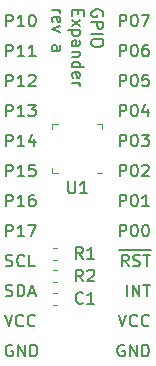
<source format=gbr>
%TF.GenerationSoftware,KiCad,Pcbnew,5.1.6+dfsg1-1*%
%TF.CreationDate,2020-07-12T14:16:47+08:00*%
%TF.ProjectId,gpioexp,6770696f-6578-4702-9e6b-696361645f70,a*%
%TF.SameCoordinates,Original*%
%TF.FileFunction,Legend,Top*%
%TF.FilePolarity,Positive*%
%FSLAX46Y46*%
G04 Gerber Fmt 4.6, Leading zero omitted, Abs format (unit mm)*
G04 Created by KiCad (PCBNEW 5.1.6+dfsg1-1) date 2020-07-12 14:16:47*
%MOMM*%
%LPD*%
G01*
G04 APERTURE LIST*
%ADD10C,0.150000*%
%ADD11C,0.120000*%
G04 APERTURE END LIST*
D10*
X144390000Y-80869404D02*
X144437619Y-80774166D01*
X144437619Y-80631309D01*
X144390000Y-80488452D01*
X144294761Y-80393214D01*
X144199523Y-80345595D01*
X144009047Y-80297976D01*
X143866190Y-80297976D01*
X143675714Y-80345595D01*
X143580476Y-80393214D01*
X143485238Y-80488452D01*
X143437619Y-80631309D01*
X143437619Y-80726547D01*
X143485238Y-80869404D01*
X143532857Y-80917023D01*
X143866190Y-80917023D01*
X143866190Y-80726547D01*
X143437619Y-81345595D02*
X144437619Y-81345595D01*
X144437619Y-81726547D01*
X144390000Y-81821785D01*
X144342380Y-81869404D01*
X144247142Y-81917023D01*
X144104285Y-81917023D01*
X144009047Y-81869404D01*
X143961428Y-81821785D01*
X143913809Y-81726547D01*
X143913809Y-81345595D01*
X143437619Y-82345595D02*
X144437619Y-82345595D01*
X144437619Y-83012261D02*
X144437619Y-83202738D01*
X144390000Y-83297976D01*
X144294761Y-83393214D01*
X144104285Y-83440833D01*
X143770952Y-83440833D01*
X143580476Y-83393214D01*
X143485238Y-83297976D01*
X143437619Y-83202738D01*
X143437619Y-83012261D01*
X143485238Y-82917023D01*
X143580476Y-82821785D01*
X143770952Y-82774166D01*
X144104285Y-82774166D01*
X144294761Y-82821785D01*
X144390000Y-82917023D01*
X144437619Y-83012261D01*
X142311428Y-80345595D02*
X142311428Y-80678928D01*
X141787619Y-80821785D02*
X141787619Y-80345595D01*
X142787619Y-80345595D01*
X142787619Y-80821785D01*
X141787619Y-81155119D02*
X142454285Y-81678928D01*
X142454285Y-81155119D02*
X141787619Y-81678928D01*
X142454285Y-82059880D02*
X141454285Y-82059880D01*
X142406666Y-82059880D02*
X142454285Y-82155119D01*
X142454285Y-82345595D01*
X142406666Y-82440833D01*
X142359047Y-82488452D01*
X142263809Y-82536071D01*
X141978095Y-82536071D01*
X141882857Y-82488452D01*
X141835238Y-82440833D01*
X141787619Y-82345595D01*
X141787619Y-82155119D01*
X141835238Y-82059880D01*
X141787619Y-83393214D02*
X142311428Y-83393214D01*
X142406666Y-83345595D01*
X142454285Y-83250357D01*
X142454285Y-83059880D01*
X142406666Y-82964642D01*
X141835238Y-83393214D02*
X141787619Y-83297976D01*
X141787619Y-83059880D01*
X141835238Y-82964642D01*
X141930476Y-82917023D01*
X142025714Y-82917023D01*
X142120952Y-82964642D01*
X142168571Y-83059880D01*
X142168571Y-83297976D01*
X142216190Y-83393214D01*
X142454285Y-83869404D02*
X141787619Y-83869404D01*
X142359047Y-83869404D02*
X142406666Y-83917023D01*
X142454285Y-84012261D01*
X142454285Y-84155119D01*
X142406666Y-84250357D01*
X142311428Y-84297976D01*
X141787619Y-84297976D01*
X141787619Y-85202738D02*
X142787619Y-85202738D01*
X141835238Y-85202738D02*
X141787619Y-85107500D01*
X141787619Y-84917023D01*
X141835238Y-84821785D01*
X141882857Y-84774166D01*
X141978095Y-84726547D01*
X142263809Y-84726547D01*
X142359047Y-84774166D01*
X142406666Y-84821785D01*
X142454285Y-84917023D01*
X142454285Y-85107500D01*
X142406666Y-85202738D01*
X141835238Y-86059880D02*
X141787619Y-85964642D01*
X141787619Y-85774166D01*
X141835238Y-85678928D01*
X141930476Y-85631309D01*
X142311428Y-85631309D01*
X142406666Y-85678928D01*
X142454285Y-85774166D01*
X142454285Y-85964642D01*
X142406666Y-86059880D01*
X142311428Y-86107500D01*
X142216190Y-86107500D01*
X142120952Y-85631309D01*
X141787619Y-86536071D02*
X142454285Y-86536071D01*
X142263809Y-86536071D02*
X142359047Y-86583690D01*
X142406666Y-86631309D01*
X142454285Y-86726547D01*
X142454285Y-86821785D01*
X140137619Y-80345595D02*
X140804285Y-80345595D01*
X140613809Y-80345595D02*
X140709047Y-80393214D01*
X140756666Y-80440833D01*
X140804285Y-80536071D01*
X140804285Y-80631309D01*
X140185238Y-81345595D02*
X140137619Y-81250357D01*
X140137619Y-81059880D01*
X140185238Y-80964642D01*
X140280476Y-80917023D01*
X140661428Y-80917023D01*
X140756666Y-80964642D01*
X140804285Y-81059880D01*
X140804285Y-81250357D01*
X140756666Y-81345595D01*
X140661428Y-81393214D01*
X140566190Y-81393214D01*
X140470952Y-80917023D01*
X140804285Y-81726547D02*
X140137619Y-81964642D01*
X140804285Y-82202738D01*
X140137619Y-83774166D02*
X140661428Y-83774166D01*
X140756666Y-83726547D01*
X140804285Y-83631309D01*
X140804285Y-83440833D01*
X140756666Y-83345595D01*
X140185238Y-83774166D02*
X140137619Y-83678928D01*
X140137619Y-83440833D01*
X140185238Y-83345595D01*
X140280476Y-83297976D01*
X140375714Y-83297976D01*
X140470952Y-83345595D01*
X140518571Y-83440833D01*
X140518571Y-83678928D01*
X140566190Y-83774166D01*
X145825833Y-81732380D02*
X145825833Y-80732380D01*
X146206785Y-80732380D01*
X146302023Y-80780000D01*
X146349642Y-80827619D01*
X146397261Y-80922857D01*
X146397261Y-81065714D01*
X146349642Y-81160952D01*
X146302023Y-81208571D01*
X146206785Y-81256190D01*
X145825833Y-81256190D01*
X147016309Y-80732380D02*
X147111547Y-80732380D01*
X147206785Y-80780000D01*
X147254404Y-80827619D01*
X147302023Y-80922857D01*
X147349642Y-81113333D01*
X147349642Y-81351428D01*
X147302023Y-81541904D01*
X147254404Y-81637142D01*
X147206785Y-81684761D01*
X147111547Y-81732380D01*
X147016309Y-81732380D01*
X146921071Y-81684761D01*
X146873452Y-81637142D01*
X146825833Y-81541904D01*
X146778214Y-81351428D01*
X146778214Y-81113333D01*
X146825833Y-80922857D01*
X146873452Y-80827619D01*
X146921071Y-80780000D01*
X147016309Y-80732380D01*
X147682976Y-80732380D02*
X148349642Y-80732380D01*
X147921071Y-81732380D01*
X145825833Y-84272380D02*
X145825833Y-83272380D01*
X146206785Y-83272380D01*
X146302023Y-83320000D01*
X146349642Y-83367619D01*
X146397261Y-83462857D01*
X146397261Y-83605714D01*
X146349642Y-83700952D01*
X146302023Y-83748571D01*
X146206785Y-83796190D01*
X145825833Y-83796190D01*
X147016309Y-83272380D02*
X147111547Y-83272380D01*
X147206785Y-83320000D01*
X147254404Y-83367619D01*
X147302023Y-83462857D01*
X147349642Y-83653333D01*
X147349642Y-83891428D01*
X147302023Y-84081904D01*
X147254404Y-84177142D01*
X147206785Y-84224761D01*
X147111547Y-84272380D01*
X147016309Y-84272380D01*
X146921071Y-84224761D01*
X146873452Y-84177142D01*
X146825833Y-84081904D01*
X146778214Y-83891428D01*
X146778214Y-83653333D01*
X146825833Y-83462857D01*
X146873452Y-83367619D01*
X146921071Y-83320000D01*
X147016309Y-83272380D01*
X148206785Y-83272380D02*
X148016309Y-83272380D01*
X147921071Y-83320000D01*
X147873452Y-83367619D01*
X147778214Y-83510476D01*
X147730595Y-83700952D01*
X147730595Y-84081904D01*
X147778214Y-84177142D01*
X147825833Y-84224761D01*
X147921071Y-84272380D01*
X148111547Y-84272380D01*
X148206785Y-84224761D01*
X148254404Y-84177142D01*
X148302023Y-84081904D01*
X148302023Y-83843809D01*
X148254404Y-83748571D01*
X148206785Y-83700952D01*
X148111547Y-83653333D01*
X147921071Y-83653333D01*
X147825833Y-83700952D01*
X147778214Y-83748571D01*
X147730595Y-83843809D01*
X145825833Y-86812380D02*
X145825833Y-85812380D01*
X146206785Y-85812380D01*
X146302023Y-85860000D01*
X146349642Y-85907619D01*
X146397261Y-86002857D01*
X146397261Y-86145714D01*
X146349642Y-86240952D01*
X146302023Y-86288571D01*
X146206785Y-86336190D01*
X145825833Y-86336190D01*
X147016309Y-85812380D02*
X147111547Y-85812380D01*
X147206785Y-85860000D01*
X147254404Y-85907619D01*
X147302023Y-86002857D01*
X147349642Y-86193333D01*
X147349642Y-86431428D01*
X147302023Y-86621904D01*
X147254404Y-86717142D01*
X147206785Y-86764761D01*
X147111547Y-86812380D01*
X147016309Y-86812380D01*
X146921071Y-86764761D01*
X146873452Y-86717142D01*
X146825833Y-86621904D01*
X146778214Y-86431428D01*
X146778214Y-86193333D01*
X146825833Y-86002857D01*
X146873452Y-85907619D01*
X146921071Y-85860000D01*
X147016309Y-85812380D01*
X148254404Y-85812380D02*
X147778214Y-85812380D01*
X147730595Y-86288571D01*
X147778214Y-86240952D01*
X147873452Y-86193333D01*
X148111547Y-86193333D01*
X148206785Y-86240952D01*
X148254404Y-86288571D01*
X148302023Y-86383809D01*
X148302023Y-86621904D01*
X148254404Y-86717142D01*
X148206785Y-86764761D01*
X148111547Y-86812380D01*
X147873452Y-86812380D01*
X147778214Y-86764761D01*
X147730595Y-86717142D01*
X145825833Y-89352380D02*
X145825833Y-88352380D01*
X146206785Y-88352380D01*
X146302023Y-88400000D01*
X146349642Y-88447619D01*
X146397261Y-88542857D01*
X146397261Y-88685714D01*
X146349642Y-88780952D01*
X146302023Y-88828571D01*
X146206785Y-88876190D01*
X145825833Y-88876190D01*
X147016309Y-88352380D02*
X147111547Y-88352380D01*
X147206785Y-88400000D01*
X147254404Y-88447619D01*
X147302023Y-88542857D01*
X147349642Y-88733333D01*
X147349642Y-88971428D01*
X147302023Y-89161904D01*
X147254404Y-89257142D01*
X147206785Y-89304761D01*
X147111547Y-89352380D01*
X147016309Y-89352380D01*
X146921071Y-89304761D01*
X146873452Y-89257142D01*
X146825833Y-89161904D01*
X146778214Y-88971428D01*
X146778214Y-88733333D01*
X146825833Y-88542857D01*
X146873452Y-88447619D01*
X146921071Y-88400000D01*
X147016309Y-88352380D01*
X148206785Y-88685714D02*
X148206785Y-89352380D01*
X147968690Y-88304761D02*
X147730595Y-89019047D01*
X148349642Y-89019047D01*
X145825833Y-91892380D02*
X145825833Y-90892380D01*
X146206785Y-90892380D01*
X146302023Y-90940000D01*
X146349642Y-90987619D01*
X146397261Y-91082857D01*
X146397261Y-91225714D01*
X146349642Y-91320952D01*
X146302023Y-91368571D01*
X146206785Y-91416190D01*
X145825833Y-91416190D01*
X147016309Y-90892380D02*
X147111547Y-90892380D01*
X147206785Y-90940000D01*
X147254404Y-90987619D01*
X147302023Y-91082857D01*
X147349642Y-91273333D01*
X147349642Y-91511428D01*
X147302023Y-91701904D01*
X147254404Y-91797142D01*
X147206785Y-91844761D01*
X147111547Y-91892380D01*
X147016309Y-91892380D01*
X146921071Y-91844761D01*
X146873452Y-91797142D01*
X146825833Y-91701904D01*
X146778214Y-91511428D01*
X146778214Y-91273333D01*
X146825833Y-91082857D01*
X146873452Y-90987619D01*
X146921071Y-90940000D01*
X147016309Y-90892380D01*
X147682976Y-90892380D02*
X148302023Y-90892380D01*
X147968690Y-91273333D01*
X148111547Y-91273333D01*
X148206785Y-91320952D01*
X148254404Y-91368571D01*
X148302023Y-91463809D01*
X148302023Y-91701904D01*
X148254404Y-91797142D01*
X148206785Y-91844761D01*
X148111547Y-91892380D01*
X147825833Y-91892380D01*
X147730595Y-91844761D01*
X147682976Y-91797142D01*
X145825833Y-94432380D02*
X145825833Y-93432380D01*
X146206785Y-93432380D01*
X146302023Y-93480000D01*
X146349642Y-93527619D01*
X146397261Y-93622857D01*
X146397261Y-93765714D01*
X146349642Y-93860952D01*
X146302023Y-93908571D01*
X146206785Y-93956190D01*
X145825833Y-93956190D01*
X147016309Y-93432380D02*
X147111547Y-93432380D01*
X147206785Y-93480000D01*
X147254404Y-93527619D01*
X147302023Y-93622857D01*
X147349642Y-93813333D01*
X147349642Y-94051428D01*
X147302023Y-94241904D01*
X147254404Y-94337142D01*
X147206785Y-94384761D01*
X147111547Y-94432380D01*
X147016309Y-94432380D01*
X146921071Y-94384761D01*
X146873452Y-94337142D01*
X146825833Y-94241904D01*
X146778214Y-94051428D01*
X146778214Y-93813333D01*
X146825833Y-93622857D01*
X146873452Y-93527619D01*
X146921071Y-93480000D01*
X147016309Y-93432380D01*
X147730595Y-93527619D02*
X147778214Y-93480000D01*
X147873452Y-93432380D01*
X148111547Y-93432380D01*
X148206785Y-93480000D01*
X148254404Y-93527619D01*
X148302023Y-93622857D01*
X148302023Y-93718095D01*
X148254404Y-93860952D01*
X147682976Y-94432380D01*
X148302023Y-94432380D01*
X145825833Y-96972380D02*
X145825833Y-95972380D01*
X146206785Y-95972380D01*
X146302023Y-96020000D01*
X146349642Y-96067619D01*
X146397261Y-96162857D01*
X146397261Y-96305714D01*
X146349642Y-96400952D01*
X146302023Y-96448571D01*
X146206785Y-96496190D01*
X145825833Y-96496190D01*
X147016309Y-95972380D02*
X147111547Y-95972380D01*
X147206785Y-96020000D01*
X147254404Y-96067619D01*
X147302023Y-96162857D01*
X147349642Y-96353333D01*
X147349642Y-96591428D01*
X147302023Y-96781904D01*
X147254404Y-96877142D01*
X147206785Y-96924761D01*
X147111547Y-96972380D01*
X147016309Y-96972380D01*
X146921071Y-96924761D01*
X146873452Y-96877142D01*
X146825833Y-96781904D01*
X146778214Y-96591428D01*
X146778214Y-96353333D01*
X146825833Y-96162857D01*
X146873452Y-96067619D01*
X146921071Y-96020000D01*
X147016309Y-95972380D01*
X148302023Y-96972380D02*
X147730595Y-96972380D01*
X148016309Y-96972380D02*
X148016309Y-95972380D01*
X147921071Y-96115238D01*
X147825833Y-96210476D01*
X147730595Y-96258095D01*
X145825833Y-99512380D02*
X145825833Y-98512380D01*
X146206785Y-98512380D01*
X146302023Y-98560000D01*
X146349642Y-98607619D01*
X146397261Y-98702857D01*
X146397261Y-98845714D01*
X146349642Y-98940952D01*
X146302023Y-98988571D01*
X146206785Y-99036190D01*
X145825833Y-99036190D01*
X147016309Y-98512380D02*
X147111547Y-98512380D01*
X147206785Y-98560000D01*
X147254404Y-98607619D01*
X147302023Y-98702857D01*
X147349642Y-98893333D01*
X147349642Y-99131428D01*
X147302023Y-99321904D01*
X147254404Y-99417142D01*
X147206785Y-99464761D01*
X147111547Y-99512380D01*
X147016309Y-99512380D01*
X146921071Y-99464761D01*
X146873452Y-99417142D01*
X146825833Y-99321904D01*
X146778214Y-99131428D01*
X146778214Y-98893333D01*
X146825833Y-98702857D01*
X146873452Y-98607619D01*
X146921071Y-98560000D01*
X147016309Y-98512380D01*
X147968690Y-98512380D02*
X148063928Y-98512380D01*
X148159166Y-98560000D01*
X148206785Y-98607619D01*
X148254404Y-98702857D01*
X148302023Y-98893333D01*
X148302023Y-99131428D01*
X148254404Y-99321904D01*
X148206785Y-99417142D01*
X148159166Y-99464761D01*
X148063928Y-99512380D01*
X147968690Y-99512380D01*
X147873452Y-99464761D01*
X147825833Y-99417142D01*
X147778214Y-99321904D01*
X147730595Y-99131428D01*
X147730595Y-98893333D01*
X147778214Y-98702857D01*
X147825833Y-98607619D01*
X147873452Y-98560000D01*
X147968690Y-98512380D01*
X145778214Y-100685000D02*
X146778214Y-100685000D01*
X146587738Y-102052380D02*
X146254404Y-101576190D01*
X146016309Y-102052380D02*
X146016309Y-101052380D01*
X146397261Y-101052380D01*
X146492500Y-101100000D01*
X146540119Y-101147619D01*
X146587738Y-101242857D01*
X146587738Y-101385714D01*
X146540119Y-101480952D01*
X146492500Y-101528571D01*
X146397261Y-101576190D01*
X146016309Y-101576190D01*
X146778214Y-100685000D02*
X147730595Y-100685000D01*
X146968690Y-102004761D02*
X147111547Y-102052380D01*
X147349642Y-102052380D01*
X147444880Y-102004761D01*
X147492500Y-101957142D01*
X147540119Y-101861904D01*
X147540119Y-101766666D01*
X147492500Y-101671428D01*
X147444880Y-101623809D01*
X147349642Y-101576190D01*
X147159166Y-101528571D01*
X147063928Y-101480952D01*
X147016309Y-101433333D01*
X146968690Y-101338095D01*
X146968690Y-101242857D01*
X147016309Y-101147619D01*
X147063928Y-101100000D01*
X147159166Y-101052380D01*
X147397261Y-101052380D01*
X147540119Y-101100000D01*
X147730595Y-100685000D02*
X148492500Y-100685000D01*
X147825833Y-101052380D02*
X148397261Y-101052380D01*
X148111547Y-102052380D02*
X148111547Y-101052380D01*
X146444880Y-104592380D02*
X146444880Y-103592380D01*
X146921071Y-104592380D02*
X146921071Y-103592380D01*
X147492500Y-104592380D01*
X147492500Y-103592380D01*
X147825833Y-103592380D02*
X148397261Y-103592380D01*
X148111547Y-104592380D02*
X148111547Y-103592380D01*
X145730595Y-106132380D02*
X146063928Y-107132380D01*
X146397261Y-106132380D01*
X147302023Y-107037142D02*
X147254404Y-107084761D01*
X147111547Y-107132380D01*
X147016309Y-107132380D01*
X146873452Y-107084761D01*
X146778214Y-106989523D01*
X146730595Y-106894285D01*
X146682976Y-106703809D01*
X146682976Y-106560952D01*
X146730595Y-106370476D01*
X146778214Y-106275238D01*
X146873452Y-106180000D01*
X147016309Y-106132380D01*
X147111547Y-106132380D01*
X147254404Y-106180000D01*
X147302023Y-106227619D01*
X148302023Y-107037142D02*
X148254404Y-107084761D01*
X148111547Y-107132380D01*
X148016309Y-107132380D01*
X147873452Y-107084761D01*
X147778214Y-106989523D01*
X147730595Y-106894285D01*
X147682976Y-106703809D01*
X147682976Y-106560952D01*
X147730595Y-106370476D01*
X147778214Y-106275238D01*
X147873452Y-106180000D01*
X148016309Y-106132380D01*
X148111547Y-106132380D01*
X148254404Y-106180000D01*
X148302023Y-106227619D01*
X146206785Y-108720000D02*
X146111547Y-108672380D01*
X145968690Y-108672380D01*
X145825833Y-108720000D01*
X145730595Y-108815238D01*
X145682976Y-108910476D01*
X145635357Y-109100952D01*
X145635357Y-109243809D01*
X145682976Y-109434285D01*
X145730595Y-109529523D01*
X145825833Y-109624761D01*
X145968690Y-109672380D01*
X146063928Y-109672380D01*
X146206785Y-109624761D01*
X146254404Y-109577142D01*
X146254404Y-109243809D01*
X146063928Y-109243809D01*
X146682976Y-109672380D02*
X146682976Y-108672380D01*
X147254404Y-109672380D01*
X147254404Y-108672380D01*
X147730595Y-109672380D02*
X147730595Y-108672380D01*
X147968690Y-108672380D01*
X148111547Y-108720000D01*
X148206785Y-108815238D01*
X148254404Y-108910476D01*
X148302023Y-109100952D01*
X148302023Y-109243809D01*
X148254404Y-109434285D01*
X148206785Y-109529523D01*
X148111547Y-109624761D01*
X147968690Y-109672380D01*
X147730595Y-109672380D01*
X136749404Y-108720000D02*
X136654166Y-108672380D01*
X136511309Y-108672380D01*
X136368452Y-108720000D01*
X136273214Y-108815238D01*
X136225595Y-108910476D01*
X136177976Y-109100952D01*
X136177976Y-109243809D01*
X136225595Y-109434285D01*
X136273214Y-109529523D01*
X136368452Y-109624761D01*
X136511309Y-109672380D01*
X136606547Y-109672380D01*
X136749404Y-109624761D01*
X136797023Y-109577142D01*
X136797023Y-109243809D01*
X136606547Y-109243809D01*
X137225595Y-109672380D02*
X137225595Y-108672380D01*
X137797023Y-109672380D01*
X137797023Y-108672380D01*
X138273214Y-109672380D02*
X138273214Y-108672380D01*
X138511309Y-108672380D01*
X138654166Y-108720000D01*
X138749404Y-108815238D01*
X138797023Y-108910476D01*
X138844642Y-109100952D01*
X138844642Y-109243809D01*
X138797023Y-109434285D01*
X138749404Y-109529523D01*
X138654166Y-109624761D01*
X138511309Y-109672380D01*
X138273214Y-109672380D01*
X136082738Y-106132380D02*
X136416071Y-107132380D01*
X136749404Y-106132380D01*
X137654166Y-107037142D02*
X137606547Y-107084761D01*
X137463690Y-107132380D01*
X137368452Y-107132380D01*
X137225595Y-107084761D01*
X137130357Y-106989523D01*
X137082738Y-106894285D01*
X137035119Y-106703809D01*
X137035119Y-106560952D01*
X137082738Y-106370476D01*
X137130357Y-106275238D01*
X137225595Y-106180000D01*
X137368452Y-106132380D01*
X137463690Y-106132380D01*
X137606547Y-106180000D01*
X137654166Y-106227619D01*
X138654166Y-107037142D02*
X138606547Y-107084761D01*
X138463690Y-107132380D01*
X138368452Y-107132380D01*
X138225595Y-107084761D01*
X138130357Y-106989523D01*
X138082738Y-106894285D01*
X138035119Y-106703809D01*
X138035119Y-106560952D01*
X138082738Y-106370476D01*
X138130357Y-106275238D01*
X138225595Y-106180000D01*
X138368452Y-106132380D01*
X138463690Y-106132380D01*
X138606547Y-106180000D01*
X138654166Y-106227619D01*
X136177976Y-104544761D02*
X136320833Y-104592380D01*
X136558928Y-104592380D01*
X136654166Y-104544761D01*
X136701785Y-104497142D01*
X136749404Y-104401904D01*
X136749404Y-104306666D01*
X136701785Y-104211428D01*
X136654166Y-104163809D01*
X136558928Y-104116190D01*
X136368452Y-104068571D01*
X136273214Y-104020952D01*
X136225595Y-103973333D01*
X136177976Y-103878095D01*
X136177976Y-103782857D01*
X136225595Y-103687619D01*
X136273214Y-103640000D01*
X136368452Y-103592380D01*
X136606547Y-103592380D01*
X136749404Y-103640000D01*
X137177976Y-104592380D02*
X137177976Y-103592380D01*
X137416071Y-103592380D01*
X137558928Y-103640000D01*
X137654166Y-103735238D01*
X137701785Y-103830476D01*
X137749404Y-104020952D01*
X137749404Y-104163809D01*
X137701785Y-104354285D01*
X137654166Y-104449523D01*
X137558928Y-104544761D01*
X137416071Y-104592380D01*
X137177976Y-104592380D01*
X138130357Y-104306666D02*
X138606547Y-104306666D01*
X138035119Y-104592380D02*
X138368452Y-103592380D01*
X138701785Y-104592380D01*
X136177976Y-102004761D02*
X136320833Y-102052380D01*
X136558928Y-102052380D01*
X136654166Y-102004761D01*
X136701785Y-101957142D01*
X136749404Y-101861904D01*
X136749404Y-101766666D01*
X136701785Y-101671428D01*
X136654166Y-101623809D01*
X136558928Y-101576190D01*
X136368452Y-101528571D01*
X136273214Y-101480952D01*
X136225595Y-101433333D01*
X136177976Y-101338095D01*
X136177976Y-101242857D01*
X136225595Y-101147619D01*
X136273214Y-101100000D01*
X136368452Y-101052380D01*
X136606547Y-101052380D01*
X136749404Y-101100000D01*
X137749404Y-101957142D02*
X137701785Y-102004761D01*
X137558928Y-102052380D01*
X137463690Y-102052380D01*
X137320833Y-102004761D01*
X137225595Y-101909523D01*
X137177976Y-101814285D01*
X137130357Y-101623809D01*
X137130357Y-101480952D01*
X137177976Y-101290476D01*
X137225595Y-101195238D01*
X137320833Y-101100000D01*
X137463690Y-101052380D01*
X137558928Y-101052380D01*
X137701785Y-101100000D01*
X137749404Y-101147619D01*
X138654166Y-102052380D02*
X138177976Y-102052380D01*
X138177976Y-101052380D01*
X136225595Y-99512380D02*
X136225595Y-98512380D01*
X136606547Y-98512380D01*
X136701785Y-98560000D01*
X136749404Y-98607619D01*
X136797023Y-98702857D01*
X136797023Y-98845714D01*
X136749404Y-98940952D01*
X136701785Y-98988571D01*
X136606547Y-99036190D01*
X136225595Y-99036190D01*
X137749404Y-99512380D02*
X137177976Y-99512380D01*
X137463690Y-99512380D02*
X137463690Y-98512380D01*
X137368452Y-98655238D01*
X137273214Y-98750476D01*
X137177976Y-98798095D01*
X138082738Y-98512380D02*
X138749404Y-98512380D01*
X138320833Y-99512380D01*
X136225595Y-96972380D02*
X136225595Y-95972380D01*
X136606547Y-95972380D01*
X136701785Y-96020000D01*
X136749404Y-96067619D01*
X136797023Y-96162857D01*
X136797023Y-96305714D01*
X136749404Y-96400952D01*
X136701785Y-96448571D01*
X136606547Y-96496190D01*
X136225595Y-96496190D01*
X137749404Y-96972380D02*
X137177976Y-96972380D01*
X137463690Y-96972380D02*
X137463690Y-95972380D01*
X137368452Y-96115238D01*
X137273214Y-96210476D01*
X137177976Y-96258095D01*
X138606547Y-95972380D02*
X138416071Y-95972380D01*
X138320833Y-96020000D01*
X138273214Y-96067619D01*
X138177976Y-96210476D01*
X138130357Y-96400952D01*
X138130357Y-96781904D01*
X138177976Y-96877142D01*
X138225595Y-96924761D01*
X138320833Y-96972380D01*
X138511309Y-96972380D01*
X138606547Y-96924761D01*
X138654166Y-96877142D01*
X138701785Y-96781904D01*
X138701785Y-96543809D01*
X138654166Y-96448571D01*
X138606547Y-96400952D01*
X138511309Y-96353333D01*
X138320833Y-96353333D01*
X138225595Y-96400952D01*
X138177976Y-96448571D01*
X138130357Y-96543809D01*
X136225595Y-94432380D02*
X136225595Y-93432380D01*
X136606547Y-93432380D01*
X136701785Y-93480000D01*
X136749404Y-93527619D01*
X136797023Y-93622857D01*
X136797023Y-93765714D01*
X136749404Y-93860952D01*
X136701785Y-93908571D01*
X136606547Y-93956190D01*
X136225595Y-93956190D01*
X137749404Y-94432380D02*
X137177976Y-94432380D01*
X137463690Y-94432380D02*
X137463690Y-93432380D01*
X137368452Y-93575238D01*
X137273214Y-93670476D01*
X137177976Y-93718095D01*
X138654166Y-93432380D02*
X138177976Y-93432380D01*
X138130357Y-93908571D01*
X138177976Y-93860952D01*
X138273214Y-93813333D01*
X138511309Y-93813333D01*
X138606547Y-93860952D01*
X138654166Y-93908571D01*
X138701785Y-94003809D01*
X138701785Y-94241904D01*
X138654166Y-94337142D01*
X138606547Y-94384761D01*
X138511309Y-94432380D01*
X138273214Y-94432380D01*
X138177976Y-94384761D01*
X138130357Y-94337142D01*
X136225595Y-91892380D02*
X136225595Y-90892380D01*
X136606547Y-90892380D01*
X136701785Y-90940000D01*
X136749404Y-90987619D01*
X136797023Y-91082857D01*
X136797023Y-91225714D01*
X136749404Y-91320952D01*
X136701785Y-91368571D01*
X136606547Y-91416190D01*
X136225595Y-91416190D01*
X137749404Y-91892380D02*
X137177976Y-91892380D01*
X137463690Y-91892380D02*
X137463690Y-90892380D01*
X137368452Y-91035238D01*
X137273214Y-91130476D01*
X137177976Y-91178095D01*
X138606547Y-91225714D02*
X138606547Y-91892380D01*
X138368452Y-90844761D02*
X138130357Y-91559047D01*
X138749404Y-91559047D01*
X136225595Y-89352380D02*
X136225595Y-88352380D01*
X136606547Y-88352380D01*
X136701785Y-88400000D01*
X136749404Y-88447619D01*
X136797023Y-88542857D01*
X136797023Y-88685714D01*
X136749404Y-88780952D01*
X136701785Y-88828571D01*
X136606547Y-88876190D01*
X136225595Y-88876190D01*
X137749404Y-89352380D02*
X137177976Y-89352380D01*
X137463690Y-89352380D02*
X137463690Y-88352380D01*
X137368452Y-88495238D01*
X137273214Y-88590476D01*
X137177976Y-88638095D01*
X138082738Y-88352380D02*
X138701785Y-88352380D01*
X138368452Y-88733333D01*
X138511309Y-88733333D01*
X138606547Y-88780952D01*
X138654166Y-88828571D01*
X138701785Y-88923809D01*
X138701785Y-89161904D01*
X138654166Y-89257142D01*
X138606547Y-89304761D01*
X138511309Y-89352380D01*
X138225595Y-89352380D01*
X138130357Y-89304761D01*
X138082738Y-89257142D01*
X136225595Y-86812380D02*
X136225595Y-85812380D01*
X136606547Y-85812380D01*
X136701785Y-85860000D01*
X136749404Y-85907619D01*
X136797023Y-86002857D01*
X136797023Y-86145714D01*
X136749404Y-86240952D01*
X136701785Y-86288571D01*
X136606547Y-86336190D01*
X136225595Y-86336190D01*
X137749404Y-86812380D02*
X137177976Y-86812380D01*
X137463690Y-86812380D02*
X137463690Y-85812380D01*
X137368452Y-85955238D01*
X137273214Y-86050476D01*
X137177976Y-86098095D01*
X138130357Y-85907619D02*
X138177976Y-85860000D01*
X138273214Y-85812380D01*
X138511309Y-85812380D01*
X138606547Y-85860000D01*
X138654166Y-85907619D01*
X138701785Y-86002857D01*
X138701785Y-86098095D01*
X138654166Y-86240952D01*
X138082738Y-86812380D01*
X138701785Y-86812380D01*
X136225595Y-84272380D02*
X136225595Y-83272380D01*
X136606547Y-83272380D01*
X136701785Y-83320000D01*
X136749404Y-83367619D01*
X136797023Y-83462857D01*
X136797023Y-83605714D01*
X136749404Y-83700952D01*
X136701785Y-83748571D01*
X136606547Y-83796190D01*
X136225595Y-83796190D01*
X137749404Y-84272380D02*
X137177976Y-84272380D01*
X137463690Y-84272380D02*
X137463690Y-83272380D01*
X137368452Y-83415238D01*
X137273214Y-83510476D01*
X137177976Y-83558095D01*
X138701785Y-84272380D02*
X138130357Y-84272380D01*
X138416071Y-84272380D02*
X138416071Y-83272380D01*
X138320833Y-83415238D01*
X138225595Y-83510476D01*
X138130357Y-83558095D01*
X136225595Y-81732380D02*
X136225595Y-80732380D01*
X136606547Y-80732380D01*
X136701785Y-80780000D01*
X136749404Y-80827619D01*
X136797023Y-80922857D01*
X136797023Y-81065714D01*
X136749404Y-81160952D01*
X136701785Y-81208571D01*
X136606547Y-81256190D01*
X136225595Y-81256190D01*
X137749404Y-81732380D02*
X137177976Y-81732380D01*
X137463690Y-81732380D02*
X137463690Y-80732380D01*
X137368452Y-80875238D01*
X137273214Y-80970476D01*
X137177976Y-81018095D01*
X138368452Y-80732380D02*
X138463690Y-80732380D01*
X138558928Y-80780000D01*
X138606547Y-80827619D01*
X138654166Y-80922857D01*
X138701785Y-81113333D01*
X138701785Y-81351428D01*
X138654166Y-81541904D01*
X138606547Y-81637142D01*
X138558928Y-81684761D01*
X138463690Y-81732380D01*
X138368452Y-81732380D01*
X138273214Y-81684761D01*
X138225595Y-81637142D01*
X138177976Y-81541904D01*
X138130357Y-81351428D01*
X138130357Y-81113333D01*
X138177976Y-80922857D01*
X138225595Y-80827619D01*
X138273214Y-80780000D01*
X138368452Y-80732380D01*
D11*
%TO.C,R2*%
X140497779Y-103380000D02*
X140172221Y-103380000D01*
X140497779Y-102360000D02*
X140172221Y-102360000D01*
%TO.C,R1*%
X140497779Y-101475000D02*
X140172221Y-101475000D01*
X140497779Y-100455000D02*
X140172221Y-100455000D01*
%TO.C,U1*%
X143875000Y-94185000D02*
X144350000Y-94185000D01*
X140130000Y-89965000D02*
X140130000Y-90440000D01*
X140605000Y-89965000D02*
X140130000Y-89965000D01*
X144350000Y-89965000D02*
X144350000Y-90440000D01*
X143875000Y-89965000D02*
X144350000Y-89965000D01*
X140130000Y-94185000D02*
X140130000Y-93710000D01*
X140605000Y-94185000D02*
X140130000Y-94185000D01*
%TO.C,C1*%
X140497779Y-105285000D02*
X140172221Y-105285000D01*
X140497779Y-104265000D02*
X140172221Y-104265000D01*
%TO.C,R2*%
D10*
X142708333Y-103322380D02*
X142375000Y-102846190D01*
X142136904Y-103322380D02*
X142136904Y-102322380D01*
X142517857Y-102322380D01*
X142613095Y-102370000D01*
X142660714Y-102417619D01*
X142708333Y-102512857D01*
X142708333Y-102655714D01*
X142660714Y-102750952D01*
X142613095Y-102798571D01*
X142517857Y-102846190D01*
X142136904Y-102846190D01*
X143089285Y-102417619D02*
X143136904Y-102370000D01*
X143232142Y-102322380D01*
X143470238Y-102322380D01*
X143565476Y-102370000D01*
X143613095Y-102417619D01*
X143660714Y-102512857D01*
X143660714Y-102608095D01*
X143613095Y-102750952D01*
X143041666Y-103322380D01*
X143660714Y-103322380D01*
%TO.C,R1*%
X142708333Y-101417380D02*
X142375000Y-100941190D01*
X142136904Y-101417380D02*
X142136904Y-100417380D01*
X142517857Y-100417380D01*
X142613095Y-100465000D01*
X142660714Y-100512619D01*
X142708333Y-100607857D01*
X142708333Y-100750714D01*
X142660714Y-100845952D01*
X142613095Y-100893571D01*
X142517857Y-100941190D01*
X142136904Y-100941190D01*
X143660714Y-101417380D02*
X143089285Y-101417380D01*
X143375000Y-101417380D02*
X143375000Y-100417380D01*
X143279761Y-100560238D01*
X143184523Y-100655476D01*
X143089285Y-100703095D01*
%TO.C,U1*%
X141478095Y-94847380D02*
X141478095Y-95656904D01*
X141525714Y-95752142D01*
X141573333Y-95799761D01*
X141668571Y-95847380D01*
X141859047Y-95847380D01*
X141954285Y-95799761D01*
X142001904Y-95752142D01*
X142049523Y-95656904D01*
X142049523Y-94847380D01*
X143049523Y-95847380D02*
X142478095Y-95847380D01*
X142763809Y-95847380D02*
X142763809Y-94847380D01*
X142668571Y-94990238D01*
X142573333Y-95085476D01*
X142478095Y-95133095D01*
%TO.C,C1*%
X142708333Y-105132142D02*
X142660714Y-105179761D01*
X142517857Y-105227380D01*
X142422619Y-105227380D01*
X142279761Y-105179761D01*
X142184523Y-105084523D01*
X142136904Y-104989285D01*
X142089285Y-104798809D01*
X142089285Y-104655952D01*
X142136904Y-104465476D01*
X142184523Y-104370238D01*
X142279761Y-104275000D01*
X142422619Y-104227380D01*
X142517857Y-104227380D01*
X142660714Y-104275000D01*
X142708333Y-104322619D01*
X143660714Y-105227380D02*
X143089285Y-105227380D01*
X143375000Y-105227380D02*
X143375000Y-104227380D01*
X143279761Y-104370238D01*
X143184523Y-104465476D01*
X143089285Y-104513095D01*
%TD*%
M02*

</source>
